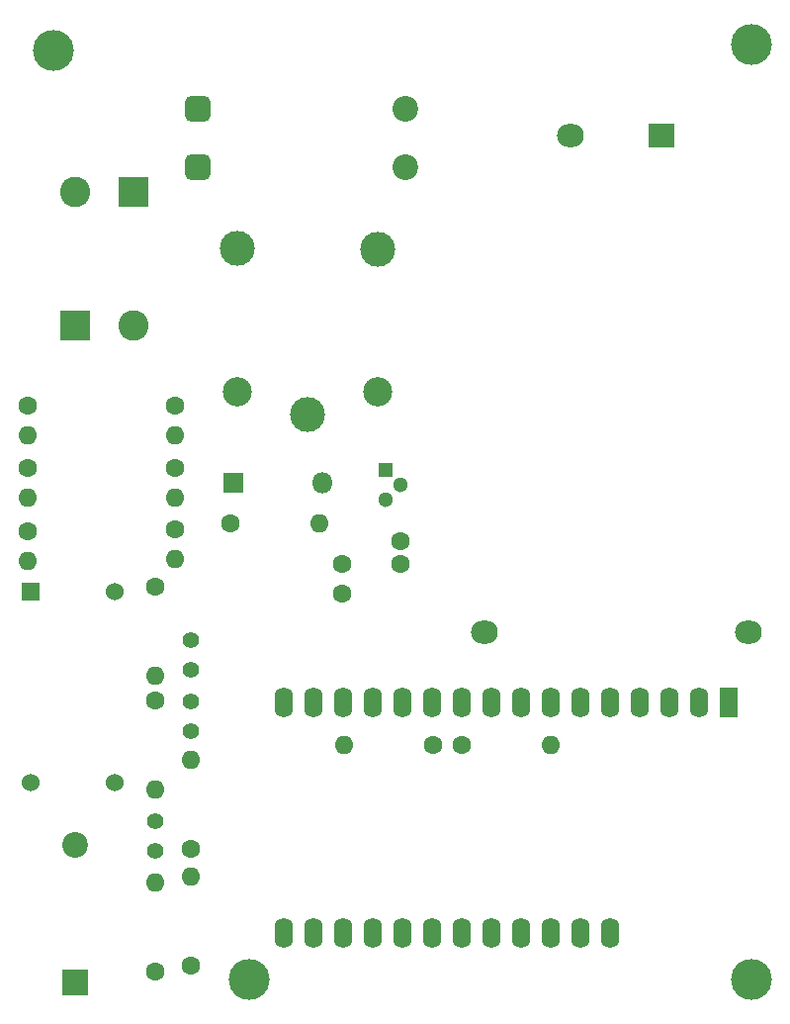
<source format=gbr>
%TF.GenerationSoftware,KiCad,Pcbnew,8.0.7*%
%TF.CreationDate,2025-02-06T20:11:24-08:00*%
%TF.ProjectId,Mains_monitor,4d61696e-735f-46d6-9f6e-69746f722e6b,rev?*%
%TF.SameCoordinates,Original*%
%TF.FileFunction,Soldermask,Bot*%
%TF.FilePolarity,Negative*%
%FSLAX46Y46*%
G04 Gerber Fmt 4.6, Leading zero omitted, Abs format (unit mm)*
G04 Created by KiCad (PCBNEW 8.0.7) date 2025-02-06 20:11:24*
%MOMM*%
%LPD*%
G01*
G04 APERTURE LIST*
G04 Aperture macros list*
%AMRoundRect*
0 Rectangle with rounded corners*
0 $1 Rounding radius*
0 $2 $3 $4 $5 $6 $7 $8 $9 X,Y pos of 4 corners*
0 Add a 4 corners polygon primitive as box body*
4,1,4,$2,$3,$4,$5,$6,$7,$8,$9,$2,$3,0*
0 Add four circle primitives for the rounded corners*
1,1,$1+$1,$2,$3*
1,1,$1+$1,$4,$5*
1,1,$1+$1,$6,$7*
1,1,$1+$1,$8,$9*
0 Add four rect primitives between the rounded corners*
20,1,$1+$1,$2,$3,$4,$5,0*
20,1,$1+$1,$4,$5,$6,$7,0*
20,1,$1+$1,$6,$7,$8,$9,0*
20,1,$1+$1,$8,$9,$2,$3,0*%
G04 Aperture macros list end*
%ADD10R,1.300000X1.300000*%
%ADD11C,1.300000*%
%ADD12R,2.600000X2.600000*%
%ADD13C,2.600000*%
%ADD14C,1.600000*%
%ADD15O,1.600000X1.600000*%
%ADD16O,2.300000X2.000000*%
%ADD17R,2.300000X2.000000*%
%ADD18C,3.000000*%
%ADD19C,2.500000*%
%ADD20C,1.400000*%
%ADD21RoundRect,0.550000X-0.550000X-0.550000X0.550000X-0.550000X0.550000X0.550000X-0.550000X0.550000X0*%
%ADD22C,2.200000*%
%ADD23O,1.600000X2.600000*%
%ADD24RoundRect,0.250000X-0.550000X1.050000X-0.550000X-1.050000X0.550000X-1.050000X0.550000X1.050000X0*%
%ADD25C,3.500000*%
%ADD26R,2.200000X2.200000*%
%ADD27R,1.800000X1.800000*%
%ADD28O,1.800000X1.800000*%
%ADD29R,1.524000X1.524000*%
%ADD30C,1.524000*%
G04 APERTURE END LIST*
D10*
%TO.C,Q1*%
X123750000Y-85960000D03*
D11*
X125020000Y-87230000D03*
X123750000Y-88500000D03*
%TD*%
D12*
%TO.C,J1*%
X102100000Y-62095000D03*
D13*
X97100000Y-62095000D03*
%TD*%
D14*
%TO.C,R13*%
X93100000Y-85750000D03*
D15*
X93100000Y-88290000D03*
%TD*%
D14*
%TO.C,R6*%
X93100000Y-80460000D03*
D15*
X93100000Y-83000000D03*
%TD*%
D16*
%TO.C,PS1*%
X132157500Y-99792500D03*
X154757500Y-99792500D03*
X139557500Y-57292500D03*
D17*
X147357500Y-57292500D03*
%TD*%
D18*
%TO.C,K1*%
X117000000Y-81200000D03*
D19*
X123050000Y-79250000D03*
D18*
X123050000Y-67050000D03*
X111000000Y-67000000D03*
D19*
X111050000Y-79250000D03*
%TD*%
D14*
%TO.C,C5*%
X125000000Y-94000000D03*
X125000000Y-92000000D03*
%TD*%
D20*
%TO.C,C2*%
X107000000Y-103000000D03*
X107000000Y-100500000D03*
%TD*%
D14*
%TO.C,R8*%
X130190000Y-109500000D03*
D15*
X137810000Y-109500000D03*
%TD*%
D14*
%TO.C,R1*%
X110420000Y-90500000D03*
D15*
X118040000Y-90500000D03*
%TD*%
D14*
%TO.C,R7*%
X104000000Y-95940000D03*
D15*
X104000000Y-103560000D03*
%TD*%
D21*
%TO.C,F1*%
X107600000Y-55000000D03*
X107600000Y-60000000D03*
D22*
X125400000Y-55000000D03*
X125400000Y-60000000D03*
%TD*%
D14*
%TO.C,R14*%
X93100000Y-91155000D03*
D15*
X93100000Y-93695000D03*
%TD*%
D23*
%TO.C,A1*%
X142960000Y-125520000D03*
X140420000Y-125520000D03*
X137880000Y-125520000D03*
X135340000Y-125520000D03*
X132800000Y-125520000D03*
X130260000Y-125520000D03*
X127720000Y-125520000D03*
X125180000Y-125520000D03*
X122640000Y-125520000D03*
X120100000Y-125520000D03*
X117560000Y-125520000D03*
X115020000Y-125520000D03*
X115020000Y-105800000D03*
X117560000Y-105800000D03*
X120100000Y-105800000D03*
X122640000Y-105800000D03*
X125180000Y-105800000D03*
X127720000Y-105800000D03*
X130260000Y-105800000D03*
X132800000Y-105800000D03*
X135340000Y-105800000D03*
X137880000Y-105800000D03*
X140420000Y-105800000D03*
X142960000Y-105800000D03*
X145500000Y-105800000D03*
X148040000Y-105800000D03*
X150580000Y-105800000D03*
D24*
X153120000Y-105800000D03*
%TD*%
D14*
%TO.C,C4*%
X120000000Y-94000000D03*
X120000000Y-96500000D03*
%TD*%
%TO.C,R12*%
X105700000Y-91015000D03*
D15*
X105700000Y-93555000D03*
%TD*%
%TO.C,R2*%
X107000000Y-120690000D03*
D14*
X107000000Y-128310000D03*
%TD*%
D25*
%TO.C,H2*%
X155000000Y-49500000D03*
%TD*%
D26*
%TO.C,TR1*%
X97112500Y-129787500D03*
D22*
X97112500Y-117987500D03*
%TD*%
D25*
%TO.C,H1*%
X95250000Y-50000000D03*
%TD*%
D15*
%TO.C,R11*%
X105700000Y-88290000D03*
D14*
X105700000Y-85750000D03*
%TD*%
%TO.C,R10*%
X127810000Y-109500000D03*
D15*
X120190000Y-109500000D03*
%TD*%
D27*
%TO.C,D1*%
X110690000Y-87000000D03*
D28*
X118310000Y-87000000D03*
%TD*%
D20*
%TO.C,C3*%
X107000000Y-105750000D03*
X107000000Y-108250000D03*
%TD*%
D14*
%TO.C,R9*%
X104000000Y-105690000D03*
D15*
X104000000Y-113310000D03*
%TD*%
D25*
%TO.C,H3*%
X112000000Y-129500000D03*
%TD*%
D14*
%TO.C,R4*%
X107000000Y-118310000D03*
D15*
X107000000Y-110690000D03*
%TD*%
D20*
%TO.C,C6*%
X104000000Y-116000000D03*
X104000000Y-118500000D03*
%TD*%
D12*
%TO.C,J2*%
X97114900Y-73546200D03*
D13*
X102114900Y-73546200D03*
%TD*%
D14*
%TO.C,R5*%
X105700000Y-80400000D03*
D15*
X105700000Y-82940000D03*
%TD*%
D29*
%TO.C,TR2*%
X93300000Y-96350000D03*
D30*
X100500000Y-96350000D03*
X93300000Y-112650000D03*
X100500000Y-112650000D03*
%TD*%
D25*
%TO.C,H4*%
X155000000Y-129500000D03*
%TD*%
D14*
%TO.C,R3*%
X104000000Y-128810000D03*
D15*
X104000000Y-121190000D03*
%TD*%
M02*

</source>
